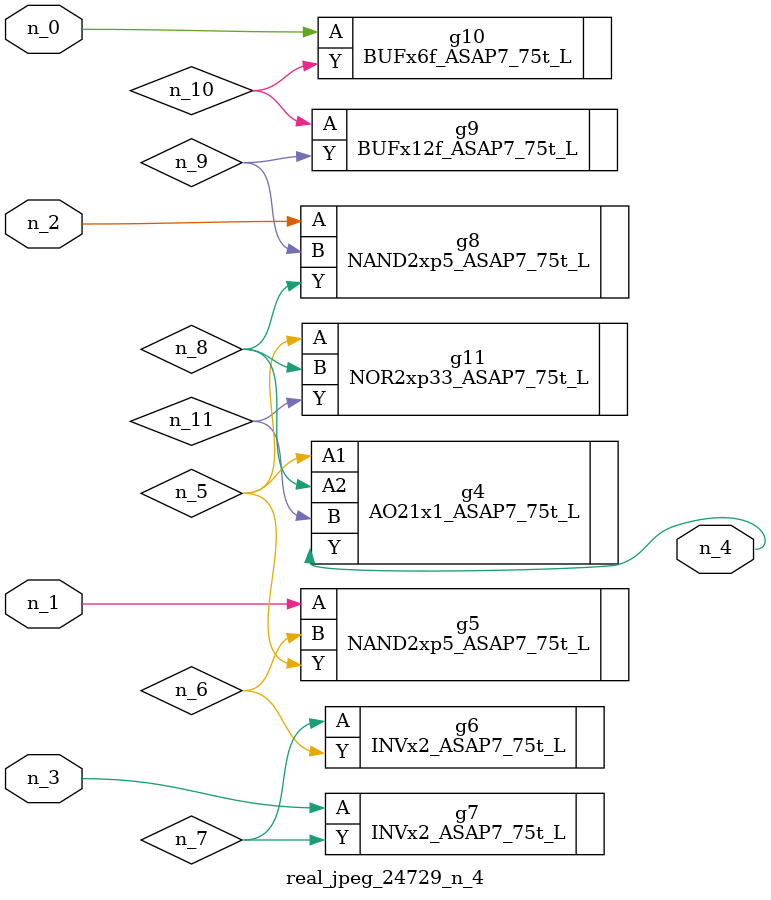
<source format=v>
module real_jpeg_24729_n_4 (n_3, n_1, n_0, n_2, n_4);

input n_3;
input n_1;
input n_0;
input n_2;

output n_4;

wire n_5;
wire n_8;
wire n_11;
wire n_6;
wire n_7;
wire n_10;
wire n_9;

BUFx6f_ASAP7_75t_L g10 ( 
.A(n_0),
.Y(n_10)
);

NAND2xp5_ASAP7_75t_L g5 ( 
.A(n_1),
.B(n_6),
.Y(n_5)
);

NAND2xp5_ASAP7_75t_L g8 ( 
.A(n_2),
.B(n_9),
.Y(n_8)
);

INVx2_ASAP7_75t_L g7 ( 
.A(n_3),
.Y(n_7)
);

AO21x1_ASAP7_75t_L g4 ( 
.A1(n_5),
.A2(n_8),
.B(n_11),
.Y(n_4)
);

NOR2xp33_ASAP7_75t_L g11 ( 
.A(n_5),
.B(n_8),
.Y(n_11)
);

INVx2_ASAP7_75t_L g6 ( 
.A(n_7),
.Y(n_6)
);

BUFx12f_ASAP7_75t_L g9 ( 
.A(n_10),
.Y(n_9)
);


endmodule
</source>
